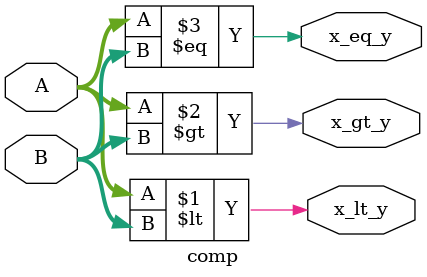
<source format=sv>
`timescale 1ns / 1ps


module comp(
input logic [31:0] A,
input logic [31:0] B,
output x_lt_y,
output x_gt_y,
output x_eq_y
    );
    
    assign x_lt_y = (A < B);
    assign x_gt_y = (A > B);
    assign x_eq_y = (A == B);
endmodule

</source>
